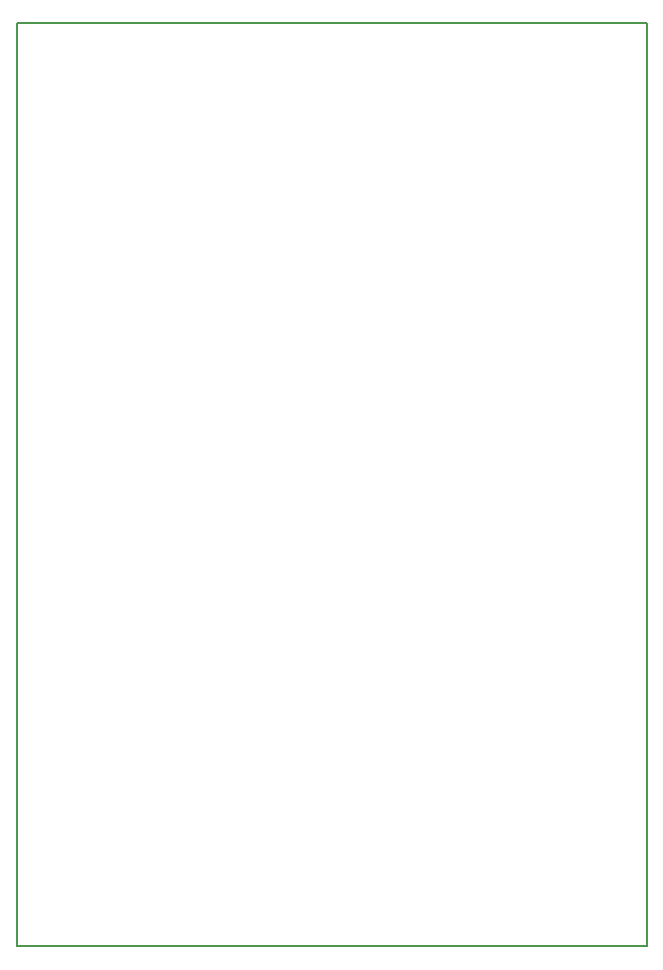
<source format=gbr>
G04 #@! TF.FileFunction,Profile,NP*
%FSLAX46Y46*%
G04 Gerber Fmt 4.6, Leading zero omitted, Abs format (unit mm)*
G04 Created by KiCad (PCBNEW 4.0.6) date Tuesday, July 11, 2017 'PMt' 12:51:39 PM*
%MOMM*%
%LPD*%
G01*
G04 APERTURE LIST*
%ADD10C,0.100000*%
%ADD11C,0.150000*%
G04 APERTURE END LIST*
D10*
D11*
X140970000Y-127000000D02*
X140970000Y-48895000D01*
X194310000Y-127000000D02*
X140970000Y-127000000D01*
X194310000Y-48895000D02*
X194310000Y-127000000D01*
X140970000Y-48895000D02*
X194310000Y-48895000D01*
M02*

</source>
